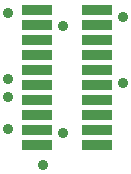
<source format=gbs>
G04*
G04 #@! TF.GenerationSoftware,Altium Limited,Altium Designer,19.0.12 (326)*
G04*
G04 Layer_Color=16711935*
%FSLAX25Y25*%
%MOIN*%
G70*
G01*
G75*
%ADD18C,0.03556*%
%ADD22R,0.10300X0.03800*%
D18*
X106299Y125984D02*
D03*
Y131889D02*
D03*
X124409Y149606D02*
D03*
X117717Y103543D02*
D03*
X124409Y114173D02*
D03*
X144488Y152552D02*
D03*
Y130709D02*
D03*
X106299Y115354D02*
D03*
Y153937D02*
D03*
D22*
X115748Y110158D02*
D03*
Y120158D02*
D03*
Y125157D02*
D03*
Y130157D02*
D03*
Y135158D02*
D03*
Y140157D02*
D03*
Y145158D02*
D03*
Y150157D02*
D03*
Y155157D02*
D03*
Y115157D02*
D03*
X135827Y155157D02*
D03*
Y145158D02*
D03*
Y140157D02*
D03*
Y135158D02*
D03*
Y130157D02*
D03*
Y125157D02*
D03*
Y120158D02*
D03*
Y115157D02*
D03*
Y110158D02*
D03*
Y150157D02*
D03*
M02*

</source>
